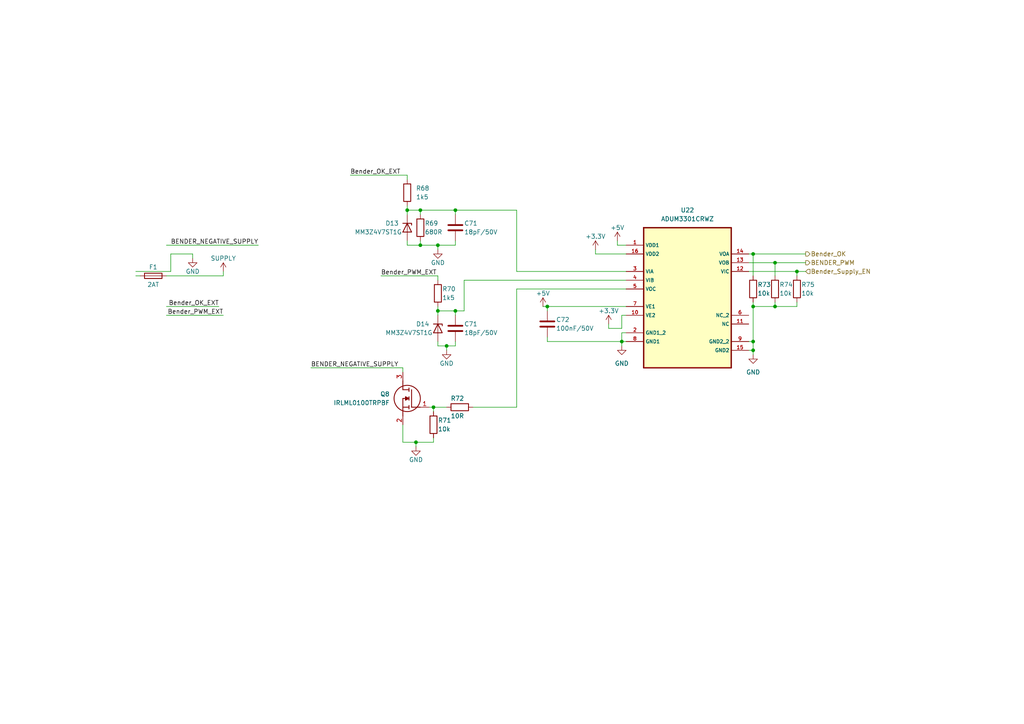
<source format=kicad_sch>
(kicad_sch (version 20230121) (generator eeschema)
  (paper "A4")
  (lib_symbols
    (symbol "ADUM3300CRWZ:ADUM3301CRWZ"
      (property "Reference" "U" (at 0 19.05 0))
      (property "Value" "ADUM3300CRWZ" (at 0 -24.13 0))
      (symbol "ADUM3301CRWZ_0_0"
        (rectangle (start -12.7 17.78) (end 12.7 -22.86) (stroke (width 0.4064)) (fill (type background)))
        (pin passive line (at -17.78 12.7 0) (length 5.08) (name "VDD1") (number "1"))
        (pin passive line (at -17.78 -7.62 0) (length 5.08) (name "VE2") (number "10"))
        (pin passive line (at 17.78 -10.16 180) (length 5.08) (name "NC") (number "11"))
        (pin passive line (at 17.78 7.62 180) (length 5.08) (name "VOB") (number "13"))
        (pin passive line (at 17.78 10.16 180) (length 5.08) (name "VOA") (number "14"))
        (pin passive line (at 17.78 -17.78 180) (length 5.08) (name "GND2") (number "15"))
        (pin passive line (at -17.78 10.16 0) (length 5.08) (name "VDD2") (number "16"))
        (pin passive line (at -17.78 -12.7 0) (length 5.08) (name "GND1_2") (number "2"))
        (pin passive line (at -17.78 5.08 0) (length 5.08) (name "VIA") (number "3"))
        (pin passive line (at -17.78 2.54 0) (length 5.08) (name "VIB") (number "4"))
        (pin passive line (at 17.78 -7.62 180) (length 5.08) (name "NC_2") (number "6"))
        (pin passive line (at -17.78 -15.24 0) (length 5.08) (name "GND1") (number "8"))
        (pin passive line (at 17.78 -15.24 180) (length 5.08) (name "GND2_2") (number "9"))
      )
      (symbol "ADUM3301CRWZ_1_0"
        (pin passive line (at 17.78 5.08 180) (length 5.08) (name "VIC") (number "12"))
        (pin passive line (at -17.78 0 0) (length 5.08) (name "VOC") (number "5"))
        (pin passive line (at -17.78 -5.08 0) (length 5.08) (name "VE1") (number "7"))
      )
    )
    (symbol "Device:C" (pin_numbers hide) (pin_names (offset 0.254))
      (property "Reference" "C" (at 0.635 2.54 0))
      (property "Value" "C" (at 0.635 -2.54 0))
      (symbol "C_0_1"
        (polyline (pts (xy -2.032 -0.762) (xy 2.032 -0.762)) (stroke (width 0.508)))
        (polyline (pts (xy -2.032 0.762) (xy 2.032 0.762)) (stroke (width 0.508)))
      )
      (symbol "C_1_1"
        (pin passive line (at 0 3.81 270) (length 2.794) (name "~") (number "1"))
        (pin passive line (at 0 -3.81 90) (length 2.794) (name "~") (number "2"))
      )
    )
    (symbol "Device:D_Zener" (pin_numbers hide) (pin_names (offset 1.016) hide)
      (property "Reference" "D" (at 0 2.54 0))
      (property "Value" "D_Zener" (at 0 -2.54 0))
      (symbol "D_Zener_0_1"
        (polyline (pts (xy 1.27 0) (xy -1.27 0)))
        (polyline (pts (xy -1.27 -1.27) (xy -1.27 1.27) (xy -0.762 1.27)) (stroke (width 0.254)))
        (polyline (pts (xy 1.27 -1.27) (xy 1.27 1.27) (xy -1.27 0) (xy 1.27 -1.27)) (stroke (width 0.254)))
      )
      (symbol "D_Zener_1_1"
        (pin passive line (at -3.81 0 0) (length 2.54) (name "K") (number "1"))
        (pin passive line (at 3.81 0 180) (length 2.54) (name "A") (number "2"))
      )
    )
    (symbol "Device:Fuse" (pin_numbers hide) (pin_names (offset 0))
      (property "Reference" "F" (at 2.032 0 90))
      (property "Value" "Fuse" (at -1.905 0 90))
      (symbol "Fuse_0_1"
        (rectangle (start -0.762 -2.54) (end 0.762 2.54) (stroke (width 0.254)))
        (polyline (pts (xy 0 2.54) (xy 0 -2.54)))
      )
      (symbol "Fuse_1_1"
        (pin passive line (at 0 3.81 270) (length 1.27) (name "~") (number "1"))
        (pin passive line (at 0 -3.81 90) (length 1.27) (name "~") (number "2"))
      )
    )
    (symbol "Device:R" (pin_numbers hide) (pin_names (offset 0))
      (property "Reference" "R" (at 2.032 0 90))
      (property "Value" "R" (at 0 0 90))
      (symbol "R_0_1"
        (rectangle (start -1.016 -2.54) (end 1.016 2.54) (stroke (width 0.254)))
      )
      (symbol "R_1_1"
        (pin passive line (at 0 3.81 270) (length 1.27) (name "~") (number "1"))
        (pin passive line (at 0 -3.81 90) (length 1.27) (name "~") (number "2"))
      )
    )
    (symbol "IRLML0100TRPBF:IRLML0100TRPBF" (pin_names hide)
      (property "Reference" "Q" (at 11.43 3.81 0))
      (property "Value" "IRLML0100TRPBF" (at 11.43 1.27 0))
      (symbol "IRLML0100TRPBF_1_1"
        (polyline (pts (xy 2.54 0) (xy 5.08 0)) (stroke (width 0.254)))
        (polyline (pts (xy 5.08 5.08) (xy 5.08 0)) (stroke (width 0.254)))
        (polyline (pts (xy 5.842 -0.508) (xy 5.842 0.508)) (stroke (width 0.254)))
        (polyline (pts (xy 5.842 0) (xy 7.62 0)) (stroke (width 0.254)))
        (polyline (pts (xy 5.842 2.032) (xy 5.842 3.048)) (stroke (width 0.254)))
        (polyline (pts (xy 5.842 5.588) (xy 5.842 4.572)) (stroke (width 0.254)))
        (polyline (pts (xy 7.62 2.54) (xy 5.842 2.54)) (stroke (width 0.254)))
        (polyline (pts (xy 7.62 2.54) (xy 7.62 -2.54)) (stroke (width 0.254)))
        (polyline (pts (xy 7.62 5.08) (xy 5.842 5.08)) (stroke (width 0.254)))
        (polyline (pts (xy 7.62 5.08) (xy 7.62 7.62)) (stroke (width 0.254)))
        (polyline (pts (xy 5.842 2.54) (xy 6.858 3.048) (xy 6.858 2.032) (xy 5.842 2.54)) (stroke (width 0.254)) (fill (type outline)))
        (circle (center 6.35 2.54) (radius 3.81) (stroke (width 0.254)))
        (pin passive line (at 0 0 0) (length 2.54) (name "G") (number "1"))
        (pin passive line (at 7.62 -5.08 90) (length 2.54) (name "S") (number "2"))
        (pin passive line (at 7.62 10.16 270) (length 2.54) (name "D") (number "3"))
      )
    )
    (symbol "bmsPower_Symbols:+3V3_0" (power) (in_bom no) (on_board no)
      (property "Value" "+3V3_0" (at 0 3.302 0))
      (symbol "+3V3_0_0_1"
        (polyline (pts (xy -0.762 1.27) (xy 0 2.54)))
        (polyline (pts (xy 0 0) (xy 0 2.54)))
        (polyline (pts (xy 0 2.54) (xy 0.762 1.27)))
      )
      (symbol "+3V3_0_1_1"
        (pin power_in line (at 0 0 90) (length 0) hide (name "+3.3V") (number "1"))
      )
    )
    (symbol "bmsPower_Symbols:GND_0" (power) (in_bom no) (on_board no)
      (property "Value" "GND_0" (at 0 -4.064 0))
      (symbol "GND_0_0_1"
        (polyline (pts (xy 0 0) (xy 0 -1.27) (xy 1.27 -1.27) (xy 0 -2.54) (xy -1.27 -1.27) (xy 0 -1.27)))
      )
      (symbol "GND_0_1_1"
        (pin power_in line (at 0 0 270) (length 0) hide (name "GND") (number "1"))
      )
    )
    (symbol "bmsPower_Symbols:GND_EXT_0" (power) (in_bom no) (on_board no)
      (property "Value" "GND_EXT_0" (at 0 -4.064 0))
      (symbol "GND_EXT_0_0_1"
        (polyline (pts (xy 0 0) (xy 0 -1.27) (xy 1.27 -1.27) (xy 0 -2.54) (xy -1.27 -1.27) (xy 0 -1.27)))
      )
      (symbol "GND_EXT_0_1_1"
        (pin power_in line (at 0 0 270) (length 0) hide (name "GND") (number "1"))
      )
    )
    (symbol "bmsPower_Symbols:SUPPLY_0" (power) (in_bom no) (on_board no)
      (property "Value" "SUPPLY_0" (at 0.254 3.302 0))
      (symbol "SUPPLY_0_0_1"
        (polyline (pts (xy -0.762 1.27) (xy 0 2.54)))
        (polyline (pts (xy 0 0) (xy 0 2.54)))
        (polyline (pts (xy 0 2.54) (xy 0.762 1.27)))
      )
      (symbol "SUPPLY_0_1_1"
        (pin power_in line (at 0 0 90) (length 0) hide (name "SUPPLY") (number "1"))
      )
    )
    (symbol "power:+5V" (power) (pin_names (offset 0))
      (property "Value" "+5V" (at 0 3.556 0))
      (symbol "+5V_0_1"
        (polyline (pts (xy -0.762 1.27) (xy 0 2.54)))
        (polyline (pts (xy 0 0) (xy 0 2.54)))
        (polyline (pts (xy 0 2.54) (xy 0.762 1.27)))
      )
      (symbol "+5V_1_1"
        (pin power_in line (at 0 0 90) (length 0) hide (name "+5V") (number "1"))
      )
    )
  )
  (junction (at 132.08 90.17))
  (junction (at 118.11 60.96))
  (junction (at 127 90.17))
  (junction (at 121.92 71.12))
  (junction (at 132.08 60.96))
  (junction (at 180.34 99.06))
  (junction (at 129.54 100.33))
  (junction (at 218.44 101.6))
  (junction (at 231.14 78.74))
  (junction (at 218.44 73.66))
  (junction (at 125.73 118.11))
  (junction (at 224.79 88.9))
  (junction (at 121.92 60.96))
  (junction (at 218.44 88.9))
  (junction (at 120.65 128.27))
  (junction (at 218.44 99.06))
  (junction (at 224.79 76.2))
  (junction (at 127 71.12))
  (junction (at 158.75 88.9))
  (wire (pts (xy 180.34 91.44) (xy 181.61 91.44)))
  (wire (pts (xy 218.44 88.9) (xy 218.44 99.06)))
  (wire (pts (xy 64.77 78.74) (xy 64.77 80.01)))
  (wire (pts (xy 127 90.17) (xy 132.08 90.17)))
  (wire (pts (xy 172.72 72.39) (xy 172.72 73.66)))
  (wire (pts (xy 132.08 99.06) (xy 132.08 100.33)))
  (wire (pts (xy 127 90.17) (xy 127 91.44)))
  (wire (pts (xy 125.73 127) (xy 125.73 128.27)))
  (wire (pts (xy 149.86 83.82) (xy 149.86 118.11)))
  (wire (pts (xy 48.26 91.44) (xy 64.77 91.44)))
  (wire (pts (xy 127 71.12) (xy 132.08 71.12)))
  (wire (pts (xy 101.6 50.8) (xy 118.11 50.8)))
  (wire (pts (xy 217.17 101.6) (xy 218.44 101.6)))
  (wire (pts (xy 127 100.33) (xy 129.54 100.33)))
  (wire (pts (xy 149.86 78.74) (xy 181.61 78.74)))
  (wire (pts (xy 231.14 78.74) (xy 231.14 80.01)))
  (wire (pts (xy 224.79 88.9) (xy 231.14 88.9)))
  (wire (pts (xy 121.92 71.12) (xy 127 71.12)))
  (wire (pts (xy 90.17 106.68) (xy 116.84 106.68)))
  (wire (pts (xy 218.44 99.06) (xy 218.44 101.6)))
  (wire (pts (xy 217.17 73.66) (xy 218.44 73.66)))
  (wire (pts (xy 121.92 60.96) (xy 121.92 62.23)))
  (wire (pts (xy 180.34 96.52) (xy 180.34 99.06)))
  (wire (pts (xy 231.14 87.63) (xy 231.14 88.9)))
  (wire (pts (xy 134.62 81.28) (xy 181.61 81.28)))
  (wire (pts (xy 49.53 73.66) (xy 55.88 73.66)))
  (wire (pts (xy 132.08 60.96) (xy 132.08 62.23)))
  (wire (pts (xy 129.54 101.6) (xy 129.54 100.33)))
  (wire (pts (xy 224.79 76.2) (xy 224.79 80.01)))
  (wire (pts (xy 125.73 118.11) (xy 125.73 119.38)))
  (wire (pts (xy 127 80.01) (xy 127 81.28)))
  (wire (pts (xy 121.92 60.96) (xy 132.08 60.96)))
  (wire (pts (xy 233.68 78.74) (xy 231.14 78.74)))
  (wire (pts (xy 132.08 90.17) (xy 132.08 91.44)))
  (wire (pts (xy 158.75 99.06) (xy 180.34 99.06)))
  (wire (pts (xy 179.07 69.85) (xy 179.07 71.12)))
  (wire (pts (xy 118.11 71.12) (xy 121.92 71.12)))
  (wire (pts (xy 180.34 91.44) (xy 180.34 95.25)))
  (wire (pts (xy 217.17 99.06) (xy 218.44 99.06)))
  (wire (pts (xy 218.44 88.9) (xy 224.79 88.9)))
  (wire (pts (xy 137.16 118.11) (xy 149.86 118.11)))
  (wire (pts (xy 127 72.39) (xy 127 71.12)))
  (wire (pts (xy 118.11 69.85) (xy 118.11 71.12)))
  (wire (pts (xy 124.46 118.11) (xy 125.73 118.11)))
  (wire (pts (xy 48.26 80.01) (xy 64.77 80.01)))
  (wire (pts (xy 116.84 128.27) (xy 120.65 128.27)))
  (wire (pts (xy 149.86 60.96) (xy 149.86 78.74)))
  (wire (pts (xy 224.79 76.2) (xy 233.68 76.2)))
  (wire (pts (xy 127 88.9) (xy 127 90.17)))
  (wire (pts (xy 218.44 87.63) (xy 218.44 88.9)))
  (wire (pts (xy 217.17 76.2) (xy 224.79 76.2)))
  (wire (pts (xy 158.75 88.9) (xy 181.61 88.9)))
  (wire (pts (xy 39.37 80.01) (xy 40.64 80.01)))
  (wire (pts (xy 218.44 101.6) (xy 218.44 102.87)))
  (wire (pts (xy 218.44 73.66) (xy 218.44 80.01)))
  (wire (pts (xy 48.26 88.9) (xy 63.5 88.9)))
  (wire (pts (xy 118.11 50.8) (xy 118.11 52.07)))
  (wire (pts (xy 180.34 96.52) (xy 181.61 96.52)))
  (wire (pts (xy 48.26 71.12) (xy 74.93 71.12)))
  (wire (pts (xy 157.48 88.9) (xy 158.75 88.9)))
  (wire (pts (xy 180.34 99.06) (xy 181.61 99.06)))
  (wire (pts (xy 132.08 90.17) (xy 134.62 90.17)))
  (wire (pts (xy 158.75 88.9) (xy 158.75 90.17)))
  (wire (pts (xy 121.92 69.85) (xy 121.92 71.12)))
  (wire (pts (xy 132.08 60.96) (xy 149.86 60.96)))
  (wire (pts (xy 218.44 73.66) (xy 233.68 73.66)))
  (wire (pts (xy 149.86 83.82) (xy 181.61 83.82)))
  (wire (pts (xy 118.11 60.96) (xy 118.11 62.23)))
  (wire (pts (xy 158.75 97.79) (xy 158.75 99.06)))
  (wire (pts (xy 118.11 60.96) (xy 121.92 60.96)))
  (wire (pts (xy 217.17 78.74) (xy 231.14 78.74)))
  (wire (pts (xy 224.79 87.63) (xy 224.79 88.9)))
  (wire (pts (xy 172.72 73.66) (xy 181.61 73.66)))
  (wire (pts (xy 132.08 69.85) (xy 132.08 71.12)))
  (wire (pts (xy 127 99.06) (xy 127 100.33)))
  (wire (pts (xy 176.53 95.25) (xy 176.53 93.98)))
  (wire (pts (xy 129.54 100.33) (xy 132.08 100.33)))
  (wire (pts (xy 134.62 81.28) (xy 134.62 90.17)))
  (wire (pts (xy 55.88 73.66) (xy 55.88 74.93)))
  (wire (pts (xy 120.65 128.27) (xy 125.73 128.27)))
  (wire (pts (xy 116.84 106.68) (xy 116.84 107.95)))
  (wire (pts (xy 179.07 71.12) (xy 181.61 71.12)))
  (wire (pts (xy 49.53 73.66) (xy 49.53 78.74)))
  (wire (pts (xy 110.49 80.01) (xy 127 80.01)))
  (wire (pts (xy 116.84 123.19) (xy 116.84 128.27)))
  (wire (pts (xy 180.34 99.06) (xy 180.34 100.33)))
  (wire (pts (xy 118.11 59.69) (xy 118.11 60.96)))
  (wire (pts (xy 176.53 95.25) (xy 180.34 95.25)))
  (wire (pts (xy 120.65 129.54) (xy 120.65 128.27)))
  (wire (pts (xy 125.73 118.11) (xy 129.54 118.11)))
  (wire (pts (xy 39.37 78.74) (xy 49.53 78.74)))
  (label "BENDER_NEGATIVE_SUPPLY" (at 74.93 71.12 180))
  (label "Bender_PWM_EXT" (at 110.49 80.01 0))
  (label "Bender_PWM_EXT" (at 64.77 91.44 180))
  (label "Bender_OK_EXT" (at 101.6 50.8 0))
  (label "Bender_OK_EXT" (at 63.5 88.9 180))
  (label "BENDER_NEGATIVE_SUPPLY" (at 90.17 106.68 0))
  (hierarchical_label "Bender_Supply_EN" (shape input) (at 233.68 78.74 0))
  (hierarchical_label "BENDER_PWM" (shape output) (at 233.68 76.2 0))
  (hierarchical_label "Bender_OK" (shape output) (at 233.68 73.66 0))
  (symbol (lib_id "Device:R") (at 121.92 66.04 0) (unit 1)
    (property "Reference" "R69" (at 123.19 64.77 0) (effects (justify left)))
    (property "Value" "680R" (at 123.19 67.31 0) (effects (justify left)))
    (property "Footprint" "Resistor_SMD:R_0603_1608Metric" (effects hide))
  )
  (symbol (lib_id "Device:R") (at 127 85.09 0) (unit 1)
    (property "Reference" "R70" (at 128.27 83.82 0) (effects (justify left)))
    (property "Value" "1k5" (at 128.27 86.36 0) (effects (justify left)))
    (property "Footprint" "Resistor_SMD:R_0603_1608Metric" (effects hide))
  )
  (symbol (lib_id "Device:C") (at 158.75 93.98 0) (unit 1)
    (property "Reference" "C72" (at 161.29 92.71 0) (effects (justify left)))
    (property "Value" "100nF/50V" (at 161.29 95.25 0) (effects (justify left)))
    (property "Footprint" "Capacitor_SMD:C_0603_1608Metric" (effects hide))
    (instances (project "BMS-Master" (path "" (reference "C72") (unit 1)) (path "" (reference "C80") (unit 1))))
  )
  (symbol (lib_id "bmsPower_Symbols:SUPPLY_0") (at 64.77 78.74 0) (unit 1) (in_bom no) (on_board no)
    (property "Reference" "#PWR0191" (effects hide))
    (property "Value" "SUPPLY_0" (at 64.77 74.93 0))
  )
  (symbol (lib_id "Device:R") (at 231.14 83.82 0) (unit 1)
    (property "Reference" "R75" (at 232.41 82.55 0) (effects (justify left)))
    (property "Value" "10k" (at 232.41 85.09 0) (effects (justify left)))
    (property "Footprint" "Resistor_SMD:R_0603_1608Metric" (effects hide))
  )
  (symbol (lib_id "ADUM3300CRWZ:ADUM3301CRWZ") (at 199.39 83.82 0) (unit 1)
    (property "Reference" "U22" (at 199.39 60.96 0))
    (property "Value" "ADUM3301CRWZ" (at 199.39 63.5 0))
    (property "Footprint" "ADUM3300CRWZ:SOIC127P1032X265-16N" (effects hide))
    (property "Datasheet" "https://www.analog.com/media/en/technical-documentation/data-sheets/ADUM3300_3301.pdf" (effects hide))
  )
  (symbol (lib_id "Device:C") (at 132.08 95.25 0) (unit 1)
    (property "Reference" "C71" (at 134.62 93.98 0) (effects (justify left)))
    (property "Value" "18pF/50V" (at 134.62 96.52 0) (effects (justify left)))
    (property "Footprint" "Capacitor_SMD:C_0603_1608Metric" (effects hide))
    (instances (project "BMS-Master" (path "" (reference "C71") (unit 1)) (path "" (reference "C79") (unit 1))))
  )
  (symbol (lib_id "bmsPower_Symbols:GND_EXT_0") (at 120.65 129.54 0) (unit 1) (in_bom no) (on_board no)
    (property "Reference" "#PWR0139" (effects hide))
    (property "Value" "GND_EXT_0" (at 120.65 133.35 0))
  )
  (symbol (lib_id "bmsPower_Symbols:GND_EXT_0") (at 180.34 100.33 0) (unit 1) (in_bom no) (on_board no)
    (property "Reference" "#PWR0141" (effects hide))
    (property "Value" "GND_EXT_0" (at 180.34 105.41 0))
  )
  (symbol (lib_id "power:+5V") (at 157.48 88.9 0) (unit 1)
    (property "Reference" "#PWR052" (effects hide))
    (property "Value" "+5V" (at 157.48 85.09 0))
    (instances (project "BMS-Master" (path "" (reference "#PWR052") (unit 1)) (path "" (reference "#PWR0136") (unit 1))))
  )
  (symbol (lib_id "Device:Fuse") (at 44.45 80.01 90) (unit 1)
    (property "Reference" "F1" (at 44.45 77.47 90))
    (property "Value" "2AT" (at 44.45 82.55 90))
  )
  (symbol (lib_id "bmsPower_Symbols:GND_EXT_0") (at 129.54 101.6 0) (unit 1) (in_bom no) (on_board no)
    (property "Reference" "#PWR0138" (effects hide))
    (property "Value" "GND_EXT_0" (at 129.54 105.41 0))
  )
  (symbol (lib_id "Device:D_Zener") (at 118.11 66.04 270) (unit 1)
    (property "Reference" "D13" (at 111.76 64.77 90) (effects (justify left)))
    (property "Value" "MM3Z4V7ST1G" (at 102.87 67.31 90) (effects (justify left)))
    (property "Footprint" "Diode_SMD:D_SOD-323_HandSoldering" (effects hide))
  )
  (symbol (lib_id "Device:R") (at 224.79 83.82 0) (unit 1)
    (property "Reference" "R74" (at 226.06 82.55 0) (effects (justify left)))
    (property "Value" "10k" (at 226.06 85.09 0) (effects (justify left)))
    (property "Footprint" "Resistor_SMD:R_0603_1608Metric" (effects hide))
  )
  (symbol (lib_id "power:+5V") (at 179.07 69.85 0) (unit 1)
    (property "Reference" "#PWR052" (effects hide))
    (property "Value" "+5V" (at 179.07 66.04 0))
    (instances (project "BMS-Master" (path "" (reference "#PWR052") (unit 1)) (path "" (reference "#PWR0135") (unit 1))))
  )
  (symbol (lib_id "Device:R") (at 218.44 83.82 0) (unit 1)
    (property "Reference" "R73" (at 219.71 82.55 0) (effects (justify left)))
    (property "Value" "10k" (at 219.71 85.09 0) (effects (justify left)))
    (property "Footprint" "Resistor_SMD:R_0603_1608Metric" (effects hide))
  )
  (symbol (lib_id "Device:R") (at 133.35 118.11 90) (unit 1)
    (property "Reference" "R72" (at 134.62 115.57 90) (effects (justify left)))
    (property "Value" "10R" (at 134.62 120.65 90) (effects (justify left)))
    (property "Footprint" "Resistor_SMD:R_0603_1608Metric" (effects hide))
  )
  (symbol (lib_id "IRLML0100TRPBF:IRLML0100TRPBF") (at 124.46 118.11 0) (mirror y) (unit 1)
    (property "Reference" "Q8" (at 113.03 114.3 0) (effects (justify left)))
    (property "Value" "IRLML0100TRPBF" (at 113.03 116.84 0) (effects (justify left)))
    (property "Footprint" "SOT95P237X112-3N" (effects hide))
    (property "Datasheet" "http://www.infineon.com/dgdl/irlml0100pbf.pdf?fileId=5546d462533600a4015356649d9225e8" (effects hide))
    (property "Height" "1.12" (effects hide))
    (property "Manufacturer_Name" "Infineon" (effects hide))
    (property "Manufacturer_Part_Number" "IRLML0100TRPBF" (effects hide))
    (property "Mouser Part Number" "942-IRLML0100TRPBF" (effects hide))
    (property "Mouser Price/Stock" "https://www.mouser.co.uk/ProductDetail/Infineon-Technologies/IRLML0100TRPBF?qs=9%252BKlkBgLFf11XyHQVo8PPw%3D%3D" (effects hide))
    (property "Arrow Part Number" "IRLML0100TRPBF" (effects hide))
    (property "Arrow Price/Stock" "https://www.arrow.com/en/products/irlml0100trpbf/infineon-technologies-ag?region=europe" (effects hide))
  )
  (symbol (lib_id "bmsPower_Symbols:GND_EXT_0") (at 127 72.39 0) (unit 1) (in_bom no) (on_board no)
    (property "Reference" "#PWR0137" (effects hide))
    (property "Value" "GND_EXT_0" (at 127 76.2 0))
  )
  (symbol (lib_id "Device:R") (at 125.73 123.19 0) (unit 1)
    (property "Reference" "R71" (at 127 121.92 0) (effects (justify left)))
    (property "Value" "10k" (at 127 124.46 0) (effects (justify left)))
    (property "Footprint" "Resistor_SMD:R_0603_1608Metric" (effects hide))
  )
  (symbol (lib_id "bmsPower_Symbols:GND_EXT_0") (at 55.88 74.93 0) (unit 1) (in_bom no) (on_board no)
    (property "Reference" "#PWR0180" (effects hide))
    (property "Value" "GND_EXT_0" (at 55.88 78.74 0))
  )
  (symbol (lib_id "Device:D_Zener") (at 127 95.25 270) (unit 1)
    (property "Reference" "D14" (at 120.65 93.98 90) (effects (justify left)))
    (property "Value" "MM3Z4V7ST1G" (at 111.76 96.52 90) (effects (justify left)))
    (property "Footprint" "Diode_SMD:D_SOD-323_HandSoldering" (effects hide))
  )
  (symbol (lib_id "Device:C") (at 132.08 66.04 0) (unit 1)
    (property "Reference" "C71" (at 134.62 64.77 0) (effects (justify left)))
    (property "Value" "18pF/50V" (at 134.62 67.31 0) (effects (justify left)))
    (property "Footprint" "Capacitor_SMD:C_0603_1608Metric" (effects hide))
    (instances (project "BMS-Master" (path "" (reference "C71") (unit 1)) (path "" (reference "C78") (unit 1))))
  )
  (symbol (lib_id "bmsPower_Symbols:+3V3_0") (at 176.53 93.98 0) (unit 1) (in_bom no) (on_board no)
    (property "Reference" "#PWR0140" (effects hide))
    (property "Value" "+3V3_0" (at 176.53 90.17 0))
  )
  (symbol (lib_id "Device:R") (at 118.11 55.88 0) (unit 1)
    (property "Reference" "R68" (at 120.65 54.61 0) (effects (justify left)))
    (property "Value" "1k5" (at 120.65 57.15 0) (effects (justify left)))
    (property "Footprint" "Resistor_SMD:R_0603_1608Metric" (effects hide))
  )
  (symbol (lib_id "bmsPower_Symbols:GND_0") (at 218.44 102.87 0) (unit 1) (in_bom no) (on_board no)
    (property "Reference" "#PWR0142" (effects hide))
    (property "Value" "GND_0" (at 218.44 107.95 0))
  )
  (symbol (lib_id "bmsPower_Symbols:+3V3_0") (at 172.72 72.39 0) (unit 1) (in_bom no) (on_board no)
    (property "Reference" "#PWR0143" (effects hide))
    (property "Value" "+3V3_0" (at 172.72 68.58 0))
  )
)
</source>
